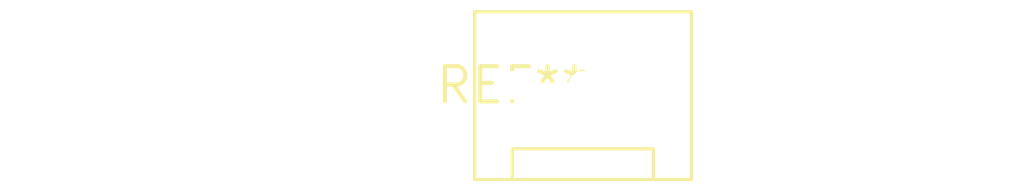
<source format=kicad_pcb>
(kicad_pcb (version 20240108) (generator pcbnew)
  (layers (0 "F.Cu" signal) (31 "B.Cu" signal) (34 "B.Paste" user) (35 "F.Paste" user) (36 "B.SilkS" user "B.Silkscreen") (37 "F.SilkS" user "F.Silkscreen") (38 "B.Mask" user) (39 "F.Mask" user) (44 "Edge.Cuts" user))
  (net 0 "")
  (footprint "FanPinHeader_1x03_P2.54mm_Vertical" (layer "F.Cu") (at 0 0)
    (property "Reference" "REF**")
    (property "Value" "FanPinHeader_1x03_P2.54mm_Vertical")
    (fp_line (start -1.35 -2.65) (end 6.45 -2.65) (layer "F.SilkS") (stroke (width 0.12)))
    (fp_line (start -1.35 3.4) (end -1.35 -2.65) (layer "F.SilkS") (stroke (width 0.12)))
    (fp_line (start 0 2.29) (end 5.08 2.29) (layer "F.SilkS") (stroke (width 0.12)))
    (fp_line (start 0 3.3) (end 0 2.29) (layer "F.SilkS") (stroke (width 0.12)))
    (fp_line (start 5.08 2.29) (end 5.08 3.3) (layer "F.SilkS") (stroke (width 0.12)))
    (fp_line (start 6.45 -2.65) (end 6.45 3.4) (layer "F.SilkS") (stroke (width 0.12)))
    (fp_line (start 6.45 3.4) (end -1.35 3.4) (layer "F.SilkS") (stroke (width 0.12)))
    (pad "1" thru_hole rect (at 0 0 90) (size 2.03 1.73) (drill 1.02) (layers *.Cu *.Mask) (remove_unused_layers))
    (pad "2" thru_hole oval (at 2.54 0 90) (size 2.03 1.73) (drill 1.02) (layers *.Cu *.Mask) (remove_unused_layers))
    (pad "3" thru_hole oval (at 5.08 0 90) (size 2.03 1.73) (drill 1.02) (layers *.Cu *.Mask) (remove_unused_layers))
  )
)
</source>
